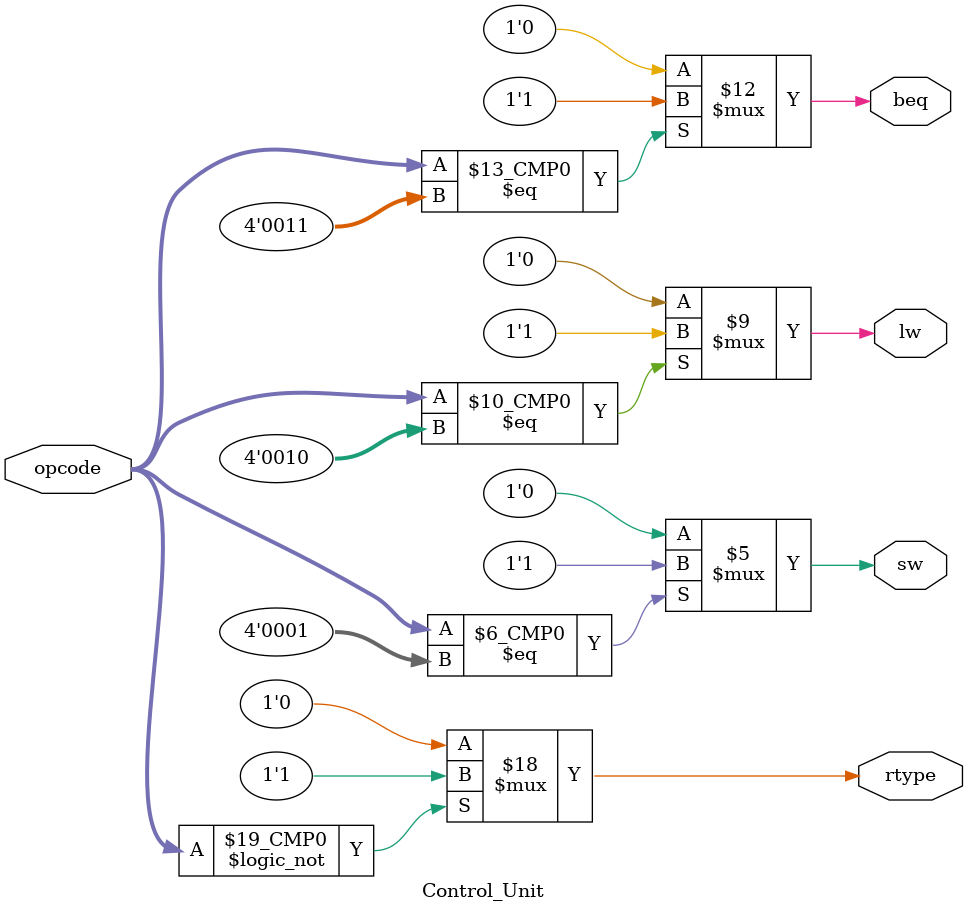
<source format=v>
`timescale 1ns / 1ps
module Control_Unit(opcode, beq, lw, sw, rtype
    );
	 input [3:0] opcode;
	 output reg beq;
	 output reg lw;
	 output reg sw;
	 output reg rtype;
	 
	 always @(*)
	 begin
	 case(opcode)
	 4'b0000: 
	 begin
	 rtype = 1;
	 beq = 0;
	 lw = 0;
	 sw = 0;
	 end
	 4'b0001:
	 begin
	 sw = 1;
	 beq = 0;
	 lw = 0;
	 rtype = 0;
	 end
	 4'b0010:
	 begin
	 lw = 1;
	 sw = 0;
	 rtype = 0;
	 beq = 0;
	 end
	 4'b0011:
	 begin
	 beq = 1;
	 rtype = 0;
	 sw = 0;
	 lw = 0;
	 end
	 default: 
	 begin
	 rtype = 0;
	 lw = 0;
	 sw = 0;
	 beq = 0;
	 end
	 endcase
	 end
	 
endmodule
</source>
